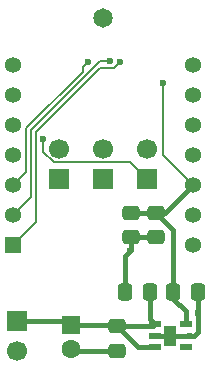
<source format=gtl>
%TF.GenerationSoftware,KiCad,Pcbnew,9.0.4*%
%TF.CreationDate,2025-10-26T13:38:01-07:00*%
%TF.ProjectId,db-collector,64622d63-6f6c-46c6-9563-746f722e6b69,rev?*%
%TF.SameCoordinates,Original*%
%TF.FileFunction,Copper,L1,Top*%
%TF.FilePolarity,Positive*%
%FSLAX46Y46*%
G04 Gerber Fmt 4.6, Leading zero omitted, Abs format (unit mm)*
G04 Created by KiCad (PCBNEW 9.0.4) date 2025-10-26 13:38:01*
%MOMM*%
%LPD*%
G01*
G04 APERTURE LIST*
G04 Aperture macros list*
%AMRoundRect*
0 Rectangle with rounded corners*
0 $1 Rounding radius*
0 $2 $3 $4 $5 $6 $7 $8 $9 X,Y pos of 4 corners*
0 Add a 4 corners polygon primitive as box body*
4,1,4,$2,$3,$4,$5,$6,$7,$8,$9,$2,$3,0*
0 Add four circle primitives for the rounded corners*
1,1,$1+$1,$2,$3*
1,1,$1+$1,$4,$5*
1,1,$1+$1,$6,$7*
1,1,$1+$1,$8,$9*
0 Add four rect primitives between the rounded corners*
20,1,$1+$1,$2,$3,$4,$5,0*
20,1,$1+$1,$4,$5,$6,$7,0*
20,1,$1+$1,$6,$7,$8,$9,0*
20,1,$1+$1,$8,$9,$2,$3,0*%
G04 Aperture macros list end*
%TA.AperFunction,ComponentPad*%
%ADD10C,1.358000*%
%TD*%
%TA.AperFunction,ComponentPad*%
%ADD11R,1.358000X1.358000*%
%TD*%
%TA.AperFunction,SMDPad,CuDef*%
%ADD12R,1.100000X0.600000*%
%TD*%
%TA.AperFunction,SMDPad,CuDef*%
%ADD13R,0.975000X1.700000*%
%TD*%
%TA.AperFunction,SMDPad,CuDef*%
%ADD14RoundRect,0.250000X-0.475000X0.337500X-0.475000X-0.337500X0.475000X-0.337500X0.475000X0.337500X0*%
%TD*%
%TA.AperFunction,SMDPad,CuDef*%
%ADD15RoundRect,0.250000X-0.337500X-0.475000X0.337500X-0.475000X0.337500X0.475000X-0.337500X0.475000X0*%
%TD*%
%TA.AperFunction,SMDPad,CuDef*%
%ADD16RoundRect,0.250000X0.337500X0.475000X-0.337500X0.475000X-0.337500X-0.475000X0.337500X-0.475000X0*%
%TD*%
%TA.AperFunction,ComponentPad*%
%ADD17C,1.700000*%
%TD*%
%TA.AperFunction,ComponentPad*%
%ADD18R,1.700000X1.700000*%
%TD*%
%TA.AperFunction,ComponentPad*%
%ADD19RoundRect,0.250000X-0.550000X0.550000X-0.550000X-0.550000X0.550000X-0.550000X0.550000X0.550000X0*%
%TD*%
%TA.AperFunction,ComponentPad*%
%ADD20C,1.600000*%
%TD*%
%TA.AperFunction,ComponentPad*%
%ADD21C,1.650000*%
%TD*%
%TA.AperFunction,ViaPad*%
%ADD22C,0.600000*%
%TD*%
%TA.AperFunction,Conductor*%
%ADD23C,0.200000*%
%TD*%
%TA.AperFunction,Conductor*%
%ADD24C,0.400000*%
%TD*%
G04 APERTURE END LIST*
D10*
%TO.P,U1,14,VUSB*%
%TO.N,unconnected-(U1-VUSB-Pad14)*%
X147420000Y-83956500D03*
%TO.P,U1,13,GND*%
%TO.N,GND*%
X147420000Y-81416500D03*
%TO.P,U1,12,VCC_3V3*%
%TO.N,+3.3V*%
X147420000Y-78876500D03*
%TO.P,U1,11,D10*%
%TO.N,unconnected-(U1-D10-Pad11)*%
X147420000Y-76336500D03*
%TO.P,U1,10,D9*%
%TO.N,unconnected-(U1-D9-Pad10)*%
X147420000Y-73796500D03*
%TO.P,U1,9,D8*%
%TO.N,unconnected-(U1-D8-Pad9)*%
X147420000Y-71256500D03*
%TO.P,U1,8,RX_D7*%
%TO.N,unconnected-(U1-RX_D7-Pad8)*%
X147420000Y-68716500D03*
%TO.P,U1,7,TX_D6*%
%TO.N,unconnected-(U1-TX_D6-Pad7)*%
X132180000Y-68716500D03*
%TO.P,U1,6,D5*%
%TO.N,Net-(D3-K)*%
X132180000Y-71256500D03*
%TO.P,U1,5,D4*%
%TO.N,Net-(D2-K)*%
X132180000Y-73796500D03*
%TO.P,U1,4,D3*%
%TO.N,Net-(D1-K)*%
X132180000Y-76336500D03*
%TO.P,U1,3,D2*%
%TO.N,/WS*%
X132180000Y-78876500D03*
%TO.P,U1,2,D1*%
%TO.N,/SCK*%
X132180000Y-81416500D03*
D11*
%TO.P,U1,1,D0*%
%TO.N,/SD*%
X132180000Y-83956500D03*
%TD*%
D12*
%TO.P,IC2,1,IN*%
%TO.N,+BATT*%
X144200000Y-90700000D03*
%TO.P,IC2,2,GND_1*%
%TO.N,GND*%
X144200000Y-91650000D03*
%TO.P,IC2,3,EN*%
%TO.N,+BATT*%
X144200000Y-92600000D03*
%TO.P,IC2,4,NC*%
%TO.N,unconnected-(IC2-NC-Pad4)*%
X146800000Y-92600000D03*
%TO.P,IC2,5,OUT*%
%TO.N,+3.3V*%
X146800000Y-90700000D03*
D13*
%TO.P,IC2,6,GND_2*%
%TO.N,GND*%
X145500000Y-91650000D03*
%TD*%
D14*
%TO.P,C6,1*%
%TO.N,+BATT*%
X141000000Y-90862500D03*
%TO.P,C6,2*%
%TO.N,GND*%
X141000000Y-92937500D03*
%TD*%
D15*
%TO.P,C5,1*%
%TO.N,+3.3V*%
X145762500Y-88000000D03*
%TO.P,C5,2*%
%TO.N,GND*%
X147837500Y-88000000D03*
%TD*%
D16*
%TO.P,C4,1*%
%TO.N,+BATT*%
X143737500Y-88000000D03*
%TO.P,C4,2*%
%TO.N,GND*%
X141662500Y-88000000D03*
%TD*%
D17*
%TO.P,J1,2,Pin_2*%
%TO.N,GND*%
X132500000Y-92965000D03*
D18*
%TO.P,J1,1,Pin_1*%
%TO.N,+BATT*%
X132500000Y-90425000D03*
%TD*%
D14*
%TO.P,C2,2*%
%TO.N,GND*%
X142200000Y-83337500D03*
%TO.P,C2,1*%
%TO.N,+3.3V*%
X142200000Y-81262500D03*
%TD*%
%TO.P,C1,2*%
%TO.N,GND*%
X144300000Y-83337500D03*
%TO.P,C1,1*%
%TO.N,+3.3V*%
X144300000Y-81262500D03*
%TD*%
D19*
%TO.P,C10,1*%
%TO.N,+BATT*%
X137100000Y-90744888D03*
D20*
%TO.P,C10,2*%
%TO.N,GND*%
X137100000Y-92744888D03*
%TD*%
D18*
%TO.P,D3,1,K*%
%TO.N,Net-(D3-K)*%
X143500000Y-78375000D03*
D17*
%TO.P,D3,2,A*%
%TO.N,Net-(D3-A)*%
X143500000Y-75835000D03*
%TD*%
D18*
%TO.P,D2,1,K*%
%TO.N,Net-(D2-K)*%
X139800000Y-78375000D03*
D17*
%TO.P,D2,2,A*%
%TO.N,Net-(D2-A)*%
X139800000Y-75835000D03*
%TD*%
D18*
%TO.P,D1,1,K*%
%TO.N,Net-(D1-K)*%
X136100000Y-78375000D03*
D17*
%TO.P,D1,2,A*%
%TO.N,Net-(D1-A)*%
X136100000Y-75835000D03*
%TD*%
D21*
%TO.P,IC1,4,GND*%
%TO.N,GND*%
X139800000Y-64772500D03*
%TD*%
D22*
%TO.N,GND*%
X147837500Y-89700000D03*
X147200000Y-91650000D03*
X142100000Y-84500000D03*
%TO.N,Net-(D3-K)*%
X134702000Y-75000000D03*
%TO.N,/SD*%
X141200000Y-68500000D03*
%TO.N,/SCK*%
X140400000Y-68400000D03*
%TO.N,/WS*%
X138500000Y-68500000D03*
%TO.N,+3.3V*%
X144900000Y-70300000D03*
%TD*%
D23*
%TO.N,/SD*%
X134102000Y-82034500D02*
X132180000Y-83956500D01*
X141200000Y-68500000D02*
X140700000Y-69000000D01*
X140700000Y-69000000D02*
X139534200Y-69000000D01*
X139534200Y-69000000D02*
X134102000Y-74432200D01*
X134102000Y-74432200D02*
X134102000Y-82034500D01*
%TO.N,/WS*%
X133300000Y-74100000D02*
X133300000Y-77756500D01*
X138500000Y-68500000D02*
X138100000Y-68900000D01*
X138100000Y-69300000D02*
X133300000Y-74100000D01*
X138100000Y-68900000D02*
X138100000Y-69300000D01*
X133300000Y-77756500D02*
X132180000Y-78876500D01*
%TO.N,/SCK*%
X140400000Y-68400000D02*
X139567100Y-68400000D01*
X139567100Y-68400000D02*
X133701000Y-74266100D01*
X133701000Y-74266100D02*
X133701000Y-79895500D01*
X133701000Y-79895500D02*
X132180000Y-81416500D01*
D24*
%TO.N,+3.3V*%
X146800000Y-90700000D02*
X146800000Y-89600000D01*
X145762500Y-88562500D02*
X145762500Y-88000000D01*
X146800000Y-89600000D02*
X145762500Y-88562500D01*
%TO.N,GND*%
X141000000Y-92937500D02*
X137292612Y-92937500D01*
X137292612Y-92937500D02*
X137100000Y-92744888D01*
X147837500Y-89700000D02*
X147837500Y-91314500D01*
X147200000Y-91650000D02*
X145500000Y-91650000D01*
X145500000Y-91650000D02*
X144200000Y-91650000D01*
X147837500Y-88000000D02*
X147837500Y-89700000D01*
X147502000Y-91650000D02*
X147200000Y-91650000D01*
X147837500Y-91314500D02*
X147502000Y-91650000D01*
X141662500Y-88000000D02*
X141662500Y-84937500D01*
X141662500Y-84937500D02*
X142100000Y-84500000D01*
X142200000Y-84400000D02*
X142100000Y-84500000D01*
X142200000Y-83337500D02*
X142200000Y-84400000D01*
X142200000Y-83337500D02*
X144300000Y-83337500D01*
D23*
%TO.N,Net-(D3-K)*%
X135623240Y-76986000D02*
X134702000Y-76064760D01*
X134702000Y-76064760D02*
X134702000Y-75000000D01*
X142111000Y-76986000D02*
X135623240Y-76986000D01*
X143500000Y-78375000D02*
X142111000Y-76986000D01*
%TO.N,+3.3V*%
X144900000Y-70300000D02*
X144900000Y-76356500D01*
X144900000Y-76356500D02*
X147420000Y-78876500D01*
D24*
X145762500Y-88000000D02*
X145762500Y-82725000D01*
X145762500Y-82725000D02*
X144300000Y-81262500D01*
X144300000Y-81262500D02*
X142200000Y-81262500D01*
X147420000Y-78876500D02*
X145034000Y-81262500D01*
X145034000Y-81262500D02*
X144300000Y-81262500D01*
%TO.N,+BATT*%
X144200000Y-92600000D02*
X142737500Y-92600000D01*
X142737500Y-92600000D02*
X141000000Y-90862500D01*
X143737500Y-88000000D02*
X143737500Y-90237500D01*
X143737500Y-90237500D02*
X144200000Y-90700000D01*
X141000000Y-90862500D02*
X144037500Y-90862500D01*
X144037500Y-90862500D02*
X144200000Y-90700000D01*
X137100000Y-90744888D02*
X140882388Y-90744888D01*
X140882388Y-90744888D02*
X141000000Y-90862500D01*
X132500000Y-90425000D02*
X136780112Y-90425000D01*
X136780112Y-90425000D02*
X137100000Y-90744888D01*
D23*
X144200000Y-90700000D02*
X144200000Y-90600000D01*
%TD*%
M02*

</source>
